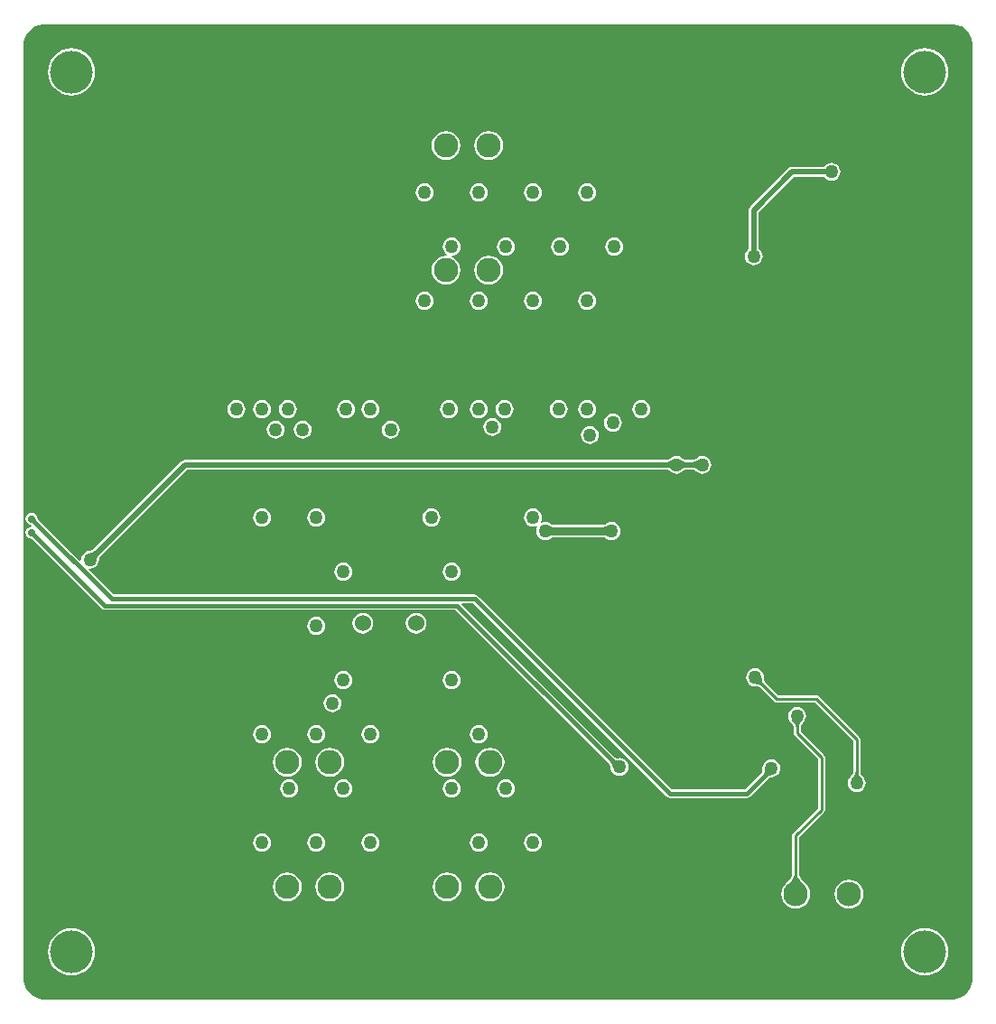
<source format=gbl>
G04*
G04 #@! TF.GenerationSoftware,Altium Limited,Altium Designer,20.1.11 (218)*
G04*
G04 Layer_Physical_Order=4*
G04 Layer_Color=16711680*
%FSAX25Y25*%
%MOIN*%
G70*
G04*
G04 #@! TF.SameCoordinates,831A3C98-130E-4F96-B11D-56A826E748C0*
G04*
G04*
G04 #@! TF.FilePolarity,Positive*
G04*
G01*
G75*
%ADD12C,0.01000*%
%ADD72C,0.02000*%
%ADD73C,0.01500*%
%ADD74C,0.03000*%
%ADD77C,0.15748*%
%ADD78C,0.09000*%
%ADD79C,0.09055*%
%ADD80C,0.06000*%
%ADD81C,0.05000*%
%ADD82C,0.02800*%
G36*
X0346764Y0361834D02*
X0348184Y0361246D01*
X0349463Y0360392D01*
X0350550Y0359305D01*
X0351403Y0358027D01*
X0351992Y0356607D01*
X0352292Y0355099D01*
Y0354331D01*
Y0009843D01*
Y0009074D01*
X0351992Y0007566D01*
X0351403Y0006146D01*
X0350550Y0004868D01*
X0349463Y0003781D01*
X0348184Y0002927D01*
X0346764Y0002339D01*
X0345257Y0002039D01*
X0009074D01*
X0007566Y0002339D01*
X0006146Y0002927D01*
X0004868Y0003781D01*
X0003781Y0004868D01*
X0002927Y0006146D01*
X0002339Y0007566D01*
X0002039Y0009074D01*
Y0009843D01*
Y0354331D01*
Y0355099D01*
X0002339Y0356607D01*
X0002927Y0358027D01*
X0003781Y0359305D01*
X0004868Y0360392D01*
X0006146Y0361246D01*
X0007566Y0361834D01*
X0009074Y0362134D01*
X0345257D01*
X0346764Y0361834D01*
D02*
G37*
%LPC*%
G36*
X0334646Y0353204D02*
X0332945Y0353037D01*
X0331310Y0352541D01*
X0329803Y0351735D01*
X0328483Y0350651D01*
X0327399Y0349330D01*
X0326593Y0347824D01*
X0326097Y0346189D01*
X0325930Y0344488D01*
X0326097Y0342788D01*
X0326593Y0341153D01*
X0327399Y0339646D01*
X0328483Y0338325D01*
X0329803Y0337241D01*
X0331310Y0336436D01*
X0332945Y0335940D01*
X0334646Y0335772D01*
X0336346Y0335940D01*
X0337981Y0336436D01*
X0339488Y0337241D01*
X0340809Y0338325D01*
X0341893Y0339646D01*
X0342698Y0341153D01*
X0343194Y0342788D01*
X0343362Y0344488D01*
X0343194Y0346189D01*
X0342698Y0347824D01*
X0341893Y0349330D01*
X0340809Y0350651D01*
X0339488Y0351735D01*
X0337981Y0352541D01*
X0336346Y0353037D01*
X0334646Y0353204D01*
D02*
G37*
G36*
X0019685D02*
X0017985Y0353037D01*
X0016350Y0352541D01*
X0014843Y0351735D01*
X0013522Y0350651D01*
X0012438Y0349330D01*
X0011632Y0347824D01*
X0011136Y0346189D01*
X0010969Y0344488D01*
X0011136Y0342788D01*
X0011632Y0341153D01*
X0012438Y0339646D01*
X0013522Y0338325D01*
X0014843Y0337241D01*
X0016350Y0336436D01*
X0017985Y0335940D01*
X0019685Y0335772D01*
X0021385Y0335940D01*
X0023020Y0336436D01*
X0024527Y0337241D01*
X0025848Y0338325D01*
X0026932Y0339646D01*
X0027738Y0341153D01*
X0028234Y0342788D01*
X0028401Y0344488D01*
X0028234Y0346189D01*
X0027738Y0347824D01*
X0026932Y0349330D01*
X0025848Y0350651D01*
X0024527Y0351735D01*
X0023020Y0352541D01*
X0021385Y0353037D01*
X0019685Y0353204D01*
D02*
G37*
G36*
X0173685Y0322661D02*
X0172301Y0322479D01*
X0171012Y0321944D01*
X0169905Y0321095D01*
X0169055Y0319988D01*
X0168521Y0318699D01*
X0168339Y0317315D01*
X0168521Y0315931D01*
X0169055Y0314642D01*
X0169905Y0313535D01*
X0171012Y0312685D01*
X0172301Y0312151D01*
X0173685Y0311969D01*
X0175069Y0312151D01*
X0176358Y0312685D01*
X0177465Y0313535D01*
X0178315Y0314642D01*
X0178849Y0315931D01*
X0179031Y0317315D01*
X0178849Y0318699D01*
X0178315Y0319988D01*
X0177465Y0321095D01*
X0176358Y0321944D01*
X0175069Y0322479D01*
X0173685Y0322661D01*
D02*
G37*
G36*
X0157937D02*
X0156553Y0322479D01*
X0155264Y0321944D01*
X0154157Y0321095D01*
X0153307Y0319988D01*
X0152773Y0318699D01*
X0152591Y0317315D01*
X0152773Y0315931D01*
X0153307Y0314642D01*
X0154157Y0313535D01*
X0155264Y0312685D01*
X0156553Y0312151D01*
X0157937Y0311969D01*
X0159321Y0312151D01*
X0160610Y0312685D01*
X0161717Y0313535D01*
X0162567Y0314642D01*
X0163101Y0315931D01*
X0163283Y0317315D01*
X0163101Y0318699D01*
X0162567Y0319988D01*
X0161717Y0321095D01*
X0160610Y0321944D01*
X0159321Y0322479D01*
X0157937Y0322661D01*
D02*
G37*
G36*
X0300171Y0310905D02*
X0299309Y0310792D01*
X0298507Y0310459D01*
X0297817Y0309930D01*
X0297420Y0309412D01*
X0285577D01*
X0284874Y0309272D01*
X0284279Y0308875D01*
X0270202Y0294798D01*
X0269804Y0294202D01*
X0269665Y0293500D01*
Y0279251D01*
X0269146Y0278854D01*
X0268618Y0278164D01*
X0268285Y0277361D01*
X0268172Y0276500D01*
X0268285Y0275639D01*
X0268618Y0274836D01*
X0269146Y0274146D01*
X0269836Y0273618D01*
X0270638Y0273285D01*
X0271500Y0273171D01*
X0272361Y0273285D01*
X0273164Y0273618D01*
X0273854Y0274146D01*
X0274382Y0274836D01*
X0274715Y0275639D01*
X0274829Y0276500D01*
X0274715Y0277361D01*
X0274382Y0278164D01*
X0273854Y0278854D01*
X0273335Y0279251D01*
Y0292740D01*
X0286337Y0305742D01*
X0297420D01*
X0297817Y0305223D01*
X0298507Y0304694D01*
X0299309Y0304362D01*
X0300171Y0304248D01*
X0301032Y0304362D01*
X0301835Y0304694D01*
X0302524Y0305223D01*
X0303053Y0305912D01*
X0303386Y0306715D01*
X0303499Y0307577D01*
X0303386Y0308438D01*
X0303053Y0309241D01*
X0302524Y0309930D01*
X0301835Y0310459D01*
X0301032Y0310792D01*
X0300171Y0310905D01*
D02*
G37*
G36*
X0210000Y0303328D02*
X0209138Y0303215D01*
X0208336Y0302883D01*
X0207646Y0302354D01*
X0207118Y0301664D01*
X0206785Y0300862D01*
X0206672Y0300000D01*
X0206785Y0299138D01*
X0207118Y0298336D01*
X0207646Y0297646D01*
X0208336Y0297117D01*
X0209138Y0296785D01*
X0210000Y0296672D01*
X0210861Y0296785D01*
X0211664Y0297117D01*
X0212354Y0297646D01*
X0212882Y0298336D01*
X0213215Y0299138D01*
X0213329Y0300000D01*
X0213215Y0300862D01*
X0212882Y0301664D01*
X0212354Y0302354D01*
X0211664Y0302883D01*
X0210861Y0303215D01*
X0210000Y0303328D01*
D02*
G37*
G36*
X0190000D02*
X0189138Y0303215D01*
X0188336Y0302883D01*
X0187646Y0302354D01*
X0187118Y0301664D01*
X0186785Y0300862D01*
X0186671Y0300000D01*
X0186785Y0299138D01*
X0187118Y0298336D01*
X0187646Y0297646D01*
X0188336Y0297117D01*
X0189138Y0296785D01*
X0190000Y0296672D01*
X0190861Y0296785D01*
X0191664Y0297117D01*
X0192354Y0297646D01*
X0192883Y0298336D01*
X0193215Y0299138D01*
X0193328Y0300000D01*
X0193215Y0300862D01*
X0192883Y0301664D01*
X0192354Y0302354D01*
X0191664Y0302883D01*
X0190861Y0303215D01*
X0190000Y0303328D01*
D02*
G37*
G36*
X0170000D02*
X0169139Y0303215D01*
X0168336Y0302883D01*
X0167646Y0302354D01*
X0167118Y0301664D01*
X0166785Y0300862D01*
X0166672Y0300000D01*
X0166785Y0299138D01*
X0167118Y0298336D01*
X0167646Y0297646D01*
X0168336Y0297117D01*
X0169139Y0296785D01*
X0170000Y0296672D01*
X0170861Y0296785D01*
X0171664Y0297117D01*
X0172354Y0297646D01*
X0172882Y0298336D01*
X0173215Y0299138D01*
X0173328Y0300000D01*
X0173215Y0300862D01*
X0172882Y0301664D01*
X0172354Y0302354D01*
X0171664Y0302883D01*
X0170861Y0303215D01*
X0170000Y0303328D01*
D02*
G37*
G36*
X0150000D02*
X0149138Y0303215D01*
X0148336Y0302883D01*
X0147646Y0302354D01*
X0147117Y0301664D01*
X0146785Y0300862D01*
X0146671Y0300000D01*
X0146785Y0299138D01*
X0147117Y0298336D01*
X0147646Y0297646D01*
X0148336Y0297117D01*
X0149138Y0296785D01*
X0150000Y0296672D01*
X0150862Y0296785D01*
X0151664Y0297117D01*
X0152354Y0297646D01*
X0152883Y0298336D01*
X0153215Y0299138D01*
X0153329Y0300000D01*
X0153215Y0300862D01*
X0152883Y0301664D01*
X0152354Y0302354D01*
X0151664Y0302883D01*
X0150862Y0303215D01*
X0150000Y0303328D01*
D02*
G37*
G36*
X0220000Y0283329D02*
X0219139Y0283215D01*
X0218336Y0282882D01*
X0217646Y0282354D01*
X0217118Y0281664D01*
X0216785Y0280861D01*
X0216671Y0280000D01*
X0216785Y0279138D01*
X0217118Y0278336D01*
X0217646Y0277646D01*
X0218336Y0277117D01*
X0219139Y0276785D01*
X0220000Y0276672D01*
X0220862Y0276785D01*
X0221664Y0277117D01*
X0222354Y0277646D01*
X0222883Y0278336D01*
X0223215Y0279138D01*
X0223328Y0280000D01*
X0223215Y0280861D01*
X0222883Y0281664D01*
X0222354Y0282354D01*
X0221664Y0282882D01*
X0220862Y0283215D01*
X0220000Y0283329D01*
D02*
G37*
G36*
X0200000D02*
X0199138Y0283215D01*
X0198336Y0282882D01*
X0197646Y0282354D01*
X0197117Y0281664D01*
X0196785Y0280861D01*
X0196671Y0280000D01*
X0196785Y0279138D01*
X0197117Y0278336D01*
X0197646Y0277646D01*
X0198336Y0277117D01*
X0199138Y0276785D01*
X0200000Y0276672D01*
X0200862Y0276785D01*
X0201664Y0277117D01*
X0202354Y0277646D01*
X0202883Y0278336D01*
X0203215Y0279138D01*
X0203328Y0280000D01*
X0203215Y0280861D01*
X0202883Y0281664D01*
X0202354Y0282354D01*
X0201664Y0282882D01*
X0200862Y0283215D01*
X0200000Y0283329D01*
D02*
G37*
G36*
X0180000D02*
X0179139Y0283215D01*
X0178336Y0282882D01*
X0177646Y0282354D01*
X0177118Y0281664D01*
X0176785Y0280861D01*
X0176672Y0280000D01*
X0176785Y0279138D01*
X0177118Y0278336D01*
X0177646Y0277646D01*
X0178336Y0277117D01*
X0179139Y0276785D01*
X0180000Y0276672D01*
X0180861Y0276785D01*
X0181664Y0277117D01*
X0182354Y0277646D01*
X0182882Y0278336D01*
X0183215Y0279138D01*
X0183328Y0280000D01*
X0183215Y0280861D01*
X0182882Y0281664D01*
X0182354Y0282354D01*
X0181664Y0282882D01*
X0180861Y0283215D01*
X0180000Y0283329D01*
D02*
G37*
G36*
X0160000D02*
X0159139Y0283215D01*
X0158336Y0282882D01*
X0157646Y0282354D01*
X0157117Y0281664D01*
X0156785Y0280861D01*
X0156672Y0280000D01*
X0156785Y0279138D01*
X0157117Y0278336D01*
X0157646Y0277646D01*
X0158336Y0277117D01*
X0158353Y0277110D01*
X0158223Y0276623D01*
X0157937Y0276661D01*
X0156553Y0276479D01*
X0155264Y0275944D01*
X0154157Y0275095D01*
X0153307Y0273988D01*
X0152773Y0272698D01*
X0152591Y0271315D01*
X0152773Y0269931D01*
X0153307Y0268642D01*
X0154157Y0267535D01*
X0155264Y0266685D01*
X0156553Y0266151D01*
X0157937Y0265969D01*
X0159321Y0266151D01*
X0160610Y0266685D01*
X0161717Y0267535D01*
X0162567Y0268642D01*
X0163101Y0269931D01*
X0163283Y0271315D01*
X0163101Y0272698D01*
X0162567Y0273988D01*
X0161717Y0275095D01*
X0160610Y0275944D01*
X0160026Y0276186D01*
X0160122Y0276688D01*
X0160862Y0276785D01*
X0161664Y0277117D01*
X0162354Y0277646D01*
X0162882Y0278336D01*
X0163215Y0279138D01*
X0163329Y0280000D01*
X0163215Y0280861D01*
X0162882Y0281664D01*
X0162354Y0282354D01*
X0161664Y0282882D01*
X0160862Y0283215D01*
X0160000Y0283329D01*
D02*
G37*
G36*
X0173685Y0276661D02*
X0172301Y0276479D01*
X0171012Y0275944D01*
X0169905Y0275095D01*
X0169055Y0273988D01*
X0168521Y0272698D01*
X0168339Y0271315D01*
X0168521Y0269931D01*
X0169055Y0268642D01*
X0169905Y0267535D01*
X0171012Y0266685D01*
X0172301Y0266151D01*
X0173685Y0265969D01*
X0175069Y0266151D01*
X0176358Y0266685D01*
X0177465Y0267535D01*
X0178315Y0268642D01*
X0178849Y0269931D01*
X0179031Y0271315D01*
X0178849Y0272698D01*
X0178315Y0273988D01*
X0177465Y0275095D01*
X0176358Y0275944D01*
X0175069Y0276479D01*
X0173685Y0276661D01*
D02*
G37*
G36*
X0210000Y0263329D02*
X0209138Y0263215D01*
X0208336Y0262882D01*
X0207646Y0262354D01*
X0207118Y0261664D01*
X0206785Y0260861D01*
X0206672Y0260000D01*
X0206785Y0259138D01*
X0207118Y0258336D01*
X0207646Y0257646D01*
X0208336Y0257118D01*
X0209138Y0256785D01*
X0210000Y0256672D01*
X0210861Y0256785D01*
X0211664Y0257118D01*
X0212354Y0257646D01*
X0212882Y0258336D01*
X0213215Y0259138D01*
X0213329Y0260000D01*
X0213215Y0260861D01*
X0212882Y0261664D01*
X0212354Y0262354D01*
X0211664Y0262882D01*
X0210861Y0263215D01*
X0210000Y0263329D01*
D02*
G37*
G36*
X0190000D02*
X0189138Y0263215D01*
X0188336Y0262882D01*
X0187646Y0262354D01*
X0187118Y0261664D01*
X0186785Y0260861D01*
X0186671Y0260000D01*
X0186785Y0259138D01*
X0187118Y0258336D01*
X0187646Y0257646D01*
X0188336Y0257118D01*
X0189138Y0256785D01*
X0190000Y0256672D01*
X0190861Y0256785D01*
X0191664Y0257118D01*
X0192354Y0257646D01*
X0192883Y0258336D01*
X0193215Y0259138D01*
X0193328Y0260000D01*
X0193215Y0260861D01*
X0192883Y0261664D01*
X0192354Y0262354D01*
X0191664Y0262882D01*
X0190861Y0263215D01*
X0190000Y0263329D01*
D02*
G37*
G36*
X0170000D02*
X0169139Y0263215D01*
X0168336Y0262882D01*
X0167646Y0262354D01*
X0167118Y0261664D01*
X0166785Y0260861D01*
X0166672Y0260000D01*
X0166785Y0259138D01*
X0167118Y0258336D01*
X0167646Y0257646D01*
X0168336Y0257118D01*
X0169139Y0256785D01*
X0170000Y0256672D01*
X0170861Y0256785D01*
X0171664Y0257118D01*
X0172354Y0257646D01*
X0172882Y0258336D01*
X0173215Y0259138D01*
X0173328Y0260000D01*
X0173215Y0260861D01*
X0172882Y0261664D01*
X0172354Y0262354D01*
X0171664Y0262882D01*
X0170861Y0263215D01*
X0170000Y0263329D01*
D02*
G37*
G36*
X0150000D02*
X0149138Y0263215D01*
X0148336Y0262882D01*
X0147646Y0262354D01*
X0147117Y0261664D01*
X0146785Y0260861D01*
X0146671Y0260000D01*
X0146785Y0259138D01*
X0147117Y0258336D01*
X0147646Y0257646D01*
X0148336Y0257118D01*
X0149138Y0256785D01*
X0150000Y0256672D01*
X0150862Y0256785D01*
X0151664Y0257118D01*
X0152354Y0257646D01*
X0152883Y0258336D01*
X0153215Y0259138D01*
X0153329Y0260000D01*
X0153215Y0260861D01*
X0152883Y0261664D01*
X0152354Y0262354D01*
X0151664Y0262882D01*
X0150862Y0263215D01*
X0150000Y0263329D01*
D02*
G37*
G36*
X0230000Y0223328D02*
X0229138Y0223215D01*
X0228336Y0222883D01*
X0227646Y0222354D01*
X0227117Y0221664D01*
X0226785Y0220862D01*
X0226672Y0220000D01*
X0226785Y0219139D01*
X0227117Y0218336D01*
X0227646Y0217646D01*
X0228336Y0217118D01*
X0229138Y0216785D01*
X0230000Y0216671D01*
X0230861Y0216785D01*
X0231664Y0217118D01*
X0232354Y0217646D01*
X0232882Y0218336D01*
X0233215Y0219139D01*
X0233329Y0220000D01*
X0233215Y0220862D01*
X0232882Y0221664D01*
X0232354Y0222354D01*
X0231664Y0222883D01*
X0230861Y0223215D01*
X0230000Y0223328D01*
D02*
G37*
G36*
X0210000D02*
X0209138Y0223215D01*
X0208336Y0222883D01*
X0207646Y0222354D01*
X0207118Y0221664D01*
X0206785Y0220862D01*
X0206672Y0220000D01*
X0206785Y0219139D01*
X0207118Y0218336D01*
X0207646Y0217646D01*
X0208336Y0217118D01*
X0209138Y0216785D01*
X0210000Y0216671D01*
X0210861Y0216785D01*
X0211664Y0217118D01*
X0212354Y0217646D01*
X0212882Y0218336D01*
X0213215Y0219139D01*
X0213329Y0220000D01*
X0213215Y0220862D01*
X0212882Y0221664D01*
X0212354Y0222354D01*
X0211664Y0222883D01*
X0210861Y0223215D01*
X0210000Y0223328D01*
D02*
G37*
G36*
X0199500D02*
X0198638Y0223215D01*
X0197836Y0222883D01*
X0197146Y0222354D01*
X0196617Y0221664D01*
X0196285Y0220862D01*
X0196171Y0220000D01*
X0196285Y0219139D01*
X0196617Y0218336D01*
X0197146Y0217646D01*
X0197836Y0217118D01*
X0198638Y0216785D01*
X0199500Y0216671D01*
X0200361Y0216785D01*
X0201164Y0217118D01*
X0201854Y0217646D01*
X0202382Y0218336D01*
X0202715Y0219139D01*
X0202829Y0220000D01*
X0202715Y0220862D01*
X0202382Y0221664D01*
X0201854Y0222354D01*
X0201164Y0222883D01*
X0200361Y0223215D01*
X0199500Y0223328D01*
D02*
G37*
G36*
X0179500D02*
X0178639Y0223215D01*
X0177836Y0222883D01*
X0177146Y0222354D01*
X0176618Y0221664D01*
X0176285Y0220862D01*
X0176172Y0220000D01*
X0176285Y0219139D01*
X0176618Y0218336D01*
X0177146Y0217646D01*
X0177836Y0217118D01*
X0178639Y0216785D01*
X0179500Y0216671D01*
X0180361Y0216785D01*
X0181164Y0217118D01*
X0181854Y0217646D01*
X0182383Y0218336D01*
X0182715Y0219139D01*
X0182828Y0220000D01*
X0182715Y0220862D01*
X0182383Y0221664D01*
X0181854Y0222354D01*
X0181164Y0222883D01*
X0180361Y0223215D01*
X0179500Y0223328D01*
D02*
G37*
G36*
X0170000D02*
X0169139Y0223215D01*
X0168336Y0222883D01*
X0167646Y0222354D01*
X0167118Y0221664D01*
X0166785Y0220862D01*
X0166672Y0220000D01*
X0166785Y0219139D01*
X0167118Y0218336D01*
X0167646Y0217646D01*
X0168336Y0217118D01*
X0169139Y0216785D01*
X0170000Y0216671D01*
X0170861Y0216785D01*
X0171664Y0217118D01*
X0172354Y0217646D01*
X0172882Y0218336D01*
X0173215Y0219139D01*
X0173328Y0220000D01*
X0173215Y0220862D01*
X0172882Y0221664D01*
X0172354Y0222354D01*
X0171664Y0222883D01*
X0170861Y0223215D01*
X0170000Y0223328D01*
D02*
G37*
G36*
X0159000D02*
X0158139Y0223215D01*
X0157336Y0222883D01*
X0156646Y0222354D01*
X0156117Y0221664D01*
X0155785Y0220862D01*
X0155672Y0220000D01*
X0155785Y0219139D01*
X0156117Y0218336D01*
X0156646Y0217646D01*
X0157336Y0217118D01*
X0158139Y0216785D01*
X0159000Y0216671D01*
X0159862Y0216785D01*
X0160664Y0217118D01*
X0161354Y0217646D01*
X0161882Y0218336D01*
X0162215Y0219139D01*
X0162329Y0220000D01*
X0162215Y0220862D01*
X0161882Y0221664D01*
X0161354Y0222354D01*
X0160664Y0222883D01*
X0159862Y0223215D01*
X0159000Y0223328D01*
D02*
G37*
G36*
X0130000D02*
X0129139Y0223215D01*
X0128336Y0222883D01*
X0127646Y0222354D01*
X0127118Y0221664D01*
X0126785Y0220862D01*
X0126672Y0220000D01*
X0126785Y0219139D01*
X0127118Y0218336D01*
X0127646Y0217646D01*
X0128336Y0217118D01*
X0129139Y0216785D01*
X0130000Y0216671D01*
X0130861Y0216785D01*
X0131664Y0217118D01*
X0132354Y0217646D01*
X0132882Y0218336D01*
X0133215Y0219139D01*
X0133328Y0220000D01*
X0133215Y0220862D01*
X0132882Y0221664D01*
X0132354Y0222354D01*
X0131664Y0222883D01*
X0130861Y0223215D01*
X0130000Y0223328D01*
D02*
G37*
G36*
X0121000D02*
X0120139Y0223215D01*
X0119336Y0222883D01*
X0118646Y0222354D01*
X0118117Y0221664D01*
X0117785Y0220862D01*
X0117672Y0220000D01*
X0117785Y0219139D01*
X0118117Y0218336D01*
X0118646Y0217646D01*
X0119336Y0217118D01*
X0120139Y0216785D01*
X0121000Y0216671D01*
X0121862Y0216785D01*
X0122664Y0217118D01*
X0123354Y0217646D01*
X0123882Y0218336D01*
X0124215Y0219139D01*
X0124328Y0220000D01*
X0124215Y0220862D01*
X0123882Y0221664D01*
X0123354Y0222354D01*
X0122664Y0222883D01*
X0121862Y0223215D01*
X0121000Y0223328D01*
D02*
G37*
G36*
X0099500D02*
X0098638Y0223215D01*
X0097836Y0222883D01*
X0097146Y0222354D01*
X0096617Y0221664D01*
X0096285Y0220862D01*
X0096171Y0220000D01*
X0096285Y0219139D01*
X0096617Y0218336D01*
X0097146Y0217646D01*
X0097836Y0217118D01*
X0098638Y0216785D01*
X0099500Y0216671D01*
X0100362Y0216785D01*
X0101164Y0217118D01*
X0101854Y0217646D01*
X0102383Y0218336D01*
X0102715Y0219139D01*
X0102829Y0220000D01*
X0102715Y0220862D01*
X0102383Y0221664D01*
X0101854Y0222354D01*
X0101164Y0222883D01*
X0100362Y0223215D01*
X0099500Y0223328D01*
D02*
G37*
G36*
X0090000D02*
X0089139Y0223215D01*
X0088336Y0222883D01*
X0087646Y0222354D01*
X0087117Y0221664D01*
X0086785Y0220862D01*
X0086672Y0220000D01*
X0086785Y0219139D01*
X0087117Y0218336D01*
X0087646Y0217646D01*
X0088336Y0217118D01*
X0089139Y0216785D01*
X0090000Y0216671D01*
X0090861Y0216785D01*
X0091664Y0217118D01*
X0092354Y0217646D01*
X0092883Y0218336D01*
X0093215Y0219139D01*
X0093328Y0220000D01*
X0093215Y0220862D01*
X0092883Y0221664D01*
X0092354Y0222354D01*
X0091664Y0222883D01*
X0090861Y0223215D01*
X0090000Y0223328D01*
D02*
G37*
G36*
X0080500D02*
X0079638Y0223215D01*
X0078836Y0222883D01*
X0078146Y0222354D01*
X0077617Y0221664D01*
X0077285Y0220862D01*
X0077171Y0220000D01*
X0077285Y0219139D01*
X0077617Y0218336D01*
X0078146Y0217646D01*
X0078836Y0217118D01*
X0079638Y0216785D01*
X0080500Y0216671D01*
X0081362Y0216785D01*
X0082164Y0217118D01*
X0082854Y0217646D01*
X0083383Y0218336D01*
X0083715Y0219139D01*
X0083829Y0220000D01*
X0083715Y0220862D01*
X0083383Y0221664D01*
X0082854Y0222354D01*
X0082164Y0222883D01*
X0081362Y0223215D01*
X0080500Y0223328D01*
D02*
G37*
G36*
X0219500Y0218328D02*
X0218638Y0218215D01*
X0217836Y0217882D01*
X0217146Y0217354D01*
X0216617Y0216664D01*
X0216285Y0215862D01*
X0216172Y0215000D01*
X0216285Y0214139D01*
X0216617Y0213336D01*
X0217146Y0212646D01*
X0217836Y0212118D01*
X0218638Y0211785D01*
X0219500Y0211671D01*
X0220361Y0211785D01*
X0221164Y0212118D01*
X0221854Y0212646D01*
X0222382Y0213336D01*
X0222715Y0214139D01*
X0222829Y0215000D01*
X0222715Y0215862D01*
X0222382Y0216664D01*
X0221854Y0217354D01*
X0221164Y0217882D01*
X0220361Y0218215D01*
X0219500Y0218328D01*
D02*
G37*
G36*
X0175000Y0216828D02*
X0174138Y0216715D01*
X0173336Y0216383D01*
X0172646Y0215854D01*
X0172117Y0215164D01*
X0171785Y0214362D01*
X0171671Y0213500D01*
X0171785Y0212638D01*
X0172117Y0211836D01*
X0172646Y0211146D01*
X0173336Y0210617D01*
X0174138Y0210285D01*
X0175000Y0210172D01*
X0175862Y0210285D01*
X0176664Y0210617D01*
X0177354Y0211146D01*
X0177883Y0211836D01*
X0178215Y0212638D01*
X0178329Y0213500D01*
X0178215Y0214362D01*
X0177883Y0215164D01*
X0177354Y0215854D01*
X0176664Y0216383D01*
X0175862Y0216715D01*
X0175000Y0216828D01*
D02*
G37*
G36*
X0137500Y0215828D02*
X0136638Y0215715D01*
X0135836Y0215383D01*
X0135146Y0214854D01*
X0134617Y0214164D01*
X0134285Y0213362D01*
X0134171Y0212500D01*
X0134285Y0211638D01*
X0134617Y0210836D01*
X0135146Y0210146D01*
X0135836Y0209617D01*
X0136638Y0209285D01*
X0137500Y0209172D01*
X0138362Y0209285D01*
X0139164Y0209617D01*
X0139854Y0210146D01*
X0140383Y0210836D01*
X0140715Y0211638D01*
X0140829Y0212500D01*
X0140715Y0213362D01*
X0140383Y0214164D01*
X0139854Y0214854D01*
X0139164Y0215383D01*
X0138362Y0215715D01*
X0137500Y0215828D01*
D02*
G37*
G36*
X0105000D02*
X0104139Y0215715D01*
X0103336Y0215383D01*
X0102646Y0214854D01*
X0102117Y0214164D01*
X0101785Y0213362D01*
X0101672Y0212500D01*
X0101785Y0211638D01*
X0102117Y0210836D01*
X0102646Y0210146D01*
X0103336Y0209617D01*
X0104139Y0209285D01*
X0105000Y0209172D01*
X0105861Y0209285D01*
X0106664Y0209617D01*
X0107354Y0210146D01*
X0107882Y0210836D01*
X0108215Y0211638D01*
X0108328Y0212500D01*
X0108215Y0213362D01*
X0107882Y0214164D01*
X0107354Y0214854D01*
X0106664Y0215383D01*
X0105861Y0215715D01*
X0105000Y0215828D01*
D02*
G37*
G36*
X0095000D02*
X0094138Y0215715D01*
X0093336Y0215383D01*
X0092646Y0214854D01*
X0092117Y0214164D01*
X0091785Y0213362D01*
X0091672Y0212500D01*
X0091785Y0211638D01*
X0092117Y0210836D01*
X0092646Y0210146D01*
X0093336Y0209617D01*
X0094138Y0209285D01*
X0095000Y0209172D01*
X0095862Y0209285D01*
X0096664Y0209617D01*
X0097354Y0210146D01*
X0097883Y0210836D01*
X0098215Y0211638D01*
X0098329Y0212500D01*
X0098215Y0213362D01*
X0097883Y0214164D01*
X0097354Y0214854D01*
X0096664Y0215383D01*
X0095862Y0215715D01*
X0095000Y0215828D01*
D02*
G37*
G36*
X0211000Y0213828D02*
X0210139Y0213715D01*
X0209336Y0213383D01*
X0208646Y0212854D01*
X0208118Y0212164D01*
X0207785Y0211362D01*
X0207671Y0210500D01*
X0207785Y0209639D01*
X0208118Y0208836D01*
X0208646Y0208146D01*
X0209336Y0207617D01*
X0210139Y0207285D01*
X0211000Y0207172D01*
X0211861Y0207285D01*
X0212664Y0207617D01*
X0213354Y0208146D01*
X0213882Y0208836D01*
X0214215Y0209639D01*
X0214329Y0210500D01*
X0214215Y0211362D01*
X0213882Y0212164D01*
X0213354Y0212854D01*
X0212664Y0213383D01*
X0211861Y0213715D01*
X0211000Y0213828D01*
D02*
G37*
G36*
X0252500Y0202829D02*
X0251639Y0202715D01*
X0250836Y0202382D01*
X0250146Y0201854D01*
X0250097Y0201789D01*
X0250031Y0201728D01*
X0249925Y0201645D01*
X0249812Y0201572D01*
X0249691Y0201508D01*
X0249559Y0201452D01*
X0249416Y0201405D01*
X0249260Y0201367D01*
X0249091Y0201339D01*
X0249047Y0201335D01*
X0246453D01*
X0246409Y0201339D01*
X0246240Y0201367D01*
X0246084Y0201405D01*
X0245941Y0201452D01*
X0245809Y0201508D01*
X0245688Y0201572D01*
X0245574Y0201645D01*
X0245469Y0201728D01*
X0245403Y0201789D01*
X0245354Y0201854D01*
X0244664Y0202382D01*
X0243862Y0202715D01*
X0243000Y0202829D01*
X0242139Y0202715D01*
X0241336Y0202382D01*
X0240646Y0201854D01*
X0240597Y0201789D01*
X0240531Y0201728D01*
X0240425Y0201645D01*
X0240312Y0201572D01*
X0240191Y0201508D01*
X0240059Y0201452D01*
X0239916Y0201405D01*
X0239760Y0201367D01*
X0239591Y0201339D01*
X0239547Y0201335D01*
X0061500D01*
X0060798Y0201196D01*
X0060202Y0200798D01*
X0027644Y0168239D01*
X0027610Y0168211D01*
X0027470Y0168111D01*
X0027333Y0168028D01*
X0027199Y0167960D01*
X0027067Y0167906D01*
X0026935Y0167865D01*
X0026804Y0167837D01*
X0026670Y0167821D01*
X0026581Y0167818D01*
X0026500Y0167829D01*
X0025638Y0167715D01*
X0024836Y0167383D01*
X0024146Y0166854D01*
X0023617Y0166164D01*
X0023285Y0165361D01*
X0023171Y0164500D01*
X0023206Y0164236D01*
X0022733Y0164002D01*
X0007328Y0179407D01*
X0007305Y0179433D01*
X0007262Y0179489D01*
X0007238Y0179525D01*
X0007072Y0180358D01*
X0006586Y0181086D01*
X0005858Y0181572D01*
X0005000Y0181743D01*
X0004142Y0181572D01*
X0003414Y0181086D01*
X0002928Y0180358D01*
X0002757Y0179500D01*
X0002928Y0178642D01*
X0003414Y0177914D01*
X0004142Y0177428D01*
X0004744Y0177308D01*
X0004853Y0177115D01*
X0004590Y0176562D01*
X0004142Y0176472D01*
X0003414Y0175986D01*
X0002928Y0175258D01*
X0002757Y0174400D01*
X0002928Y0173542D01*
X0003414Y0172814D01*
X0004142Y0172328D01*
X0004975Y0172162D01*
X0004995Y0172148D01*
X0005129Y0172036D01*
X0030782Y0146382D01*
X0031295Y0146040D01*
X0031900Y0145920D01*
X0161345D01*
X0218149Y0089116D01*
X0218205Y0089044D01*
X0218291Y0088912D01*
X0218370Y0088767D01*
X0218441Y0088608D01*
X0218505Y0088434D01*
X0218561Y0088245D01*
X0218608Y0088039D01*
X0218645Y0087818D01*
X0218674Y0087560D01*
X0218697Y0087488D01*
X0218760Y0087014D01*
X0219092Y0086211D01*
X0219621Y0085521D01*
X0220311Y0084992D01*
X0221113Y0084660D01*
X0221975Y0084547D01*
X0222836Y0084660D01*
X0223639Y0084992D01*
X0224329Y0085521D01*
X0224857Y0086211D01*
X0225190Y0087014D01*
X0225304Y0087875D01*
X0225190Y0088736D01*
X0224857Y0089539D01*
X0224329Y0090229D01*
X0223639Y0090758D01*
X0222836Y0091090D01*
X0221975Y0091203D01*
X0221696Y0091167D01*
X0221641Y0091173D01*
X0221405Y0091156D01*
X0221212Y0091155D01*
X0221035Y0091168D01*
X0220872Y0091194D01*
X0220724Y0091232D01*
X0220587Y0091281D01*
X0220460Y0091342D01*
X0220340Y0091414D01*
X0220264Y0091471D01*
X0163777Y0147958D01*
X0163969Y0148420D01*
X0167845D01*
X0239383Y0076882D01*
X0239895Y0076540D01*
X0240500Y0076420D01*
X0269000D01*
X0269605Y0076540D01*
X0270117Y0076882D01*
X0276872Y0083637D01*
X0276942Y0083692D01*
X0277076Y0083780D01*
X0277223Y0083863D01*
X0277386Y0083940D01*
X0277564Y0084010D01*
X0277747Y0084070D01*
X0278204Y0084177D01*
X0278455Y0084216D01*
X0278521Y0084240D01*
X0278861Y0084285D01*
X0279664Y0084617D01*
X0280354Y0085146D01*
X0280883Y0085836D01*
X0281215Y0086638D01*
X0281329Y0087500D01*
X0281215Y0088362D01*
X0280883Y0089164D01*
X0280354Y0089854D01*
X0279664Y0090383D01*
X0278861Y0090715D01*
X0278000Y0090829D01*
X0277138Y0090715D01*
X0276336Y0090383D01*
X0275646Y0089854D01*
X0275117Y0089164D01*
X0274785Y0088362D01*
X0274672Y0087500D01*
X0274724Y0087099D01*
X0274719Y0087027D01*
X0274745Y0086797D01*
X0274753Y0086612D01*
X0274745Y0086442D01*
X0274725Y0086287D01*
X0274692Y0086146D01*
X0274647Y0086015D01*
X0274590Y0085892D01*
X0274521Y0085775D01*
X0274464Y0085699D01*
X0268345Y0079580D01*
X0241155D01*
X0169617Y0151118D01*
X0169105Y0151460D01*
X0168500Y0151580D01*
X0035155D01*
X0026002Y0160733D01*
X0026236Y0161206D01*
X0026500Y0161171D01*
X0027362Y0161285D01*
X0028164Y0161618D01*
X0028854Y0162146D01*
X0029383Y0162836D01*
X0029715Y0163638D01*
X0029829Y0164500D01*
X0029818Y0164581D01*
X0029821Y0164670D01*
X0029837Y0164804D01*
X0029865Y0164935D01*
X0029906Y0165067D01*
X0029960Y0165199D01*
X0030028Y0165333D01*
X0030111Y0165470D01*
X0030211Y0165610D01*
X0030239Y0165644D01*
X0062260Y0197665D01*
X0239547D01*
X0239591Y0197661D01*
X0239760Y0197633D01*
X0239916Y0197595D01*
X0240059Y0197548D01*
X0240191Y0197492D01*
X0240312Y0197428D01*
X0240425Y0197355D01*
X0240531Y0197272D01*
X0240597Y0197211D01*
X0240646Y0197146D01*
X0241336Y0196617D01*
X0242139Y0196285D01*
X0243000Y0196171D01*
X0243862Y0196285D01*
X0244664Y0196617D01*
X0245354Y0197146D01*
X0245403Y0197211D01*
X0245469Y0197272D01*
X0245574Y0197355D01*
X0245688Y0197428D01*
X0245809Y0197492D01*
X0245941Y0197548D01*
X0246084Y0197595D01*
X0246240Y0197633D01*
X0246409Y0197661D01*
X0246453Y0197665D01*
X0249047D01*
X0249091Y0197661D01*
X0249260Y0197633D01*
X0249416Y0197595D01*
X0249559Y0197548D01*
X0249691Y0197492D01*
X0249812Y0197428D01*
X0249925Y0197355D01*
X0250031Y0197272D01*
X0250097Y0197211D01*
X0250146Y0197146D01*
X0250836Y0196617D01*
X0251639Y0196285D01*
X0252500Y0196171D01*
X0253362Y0196285D01*
X0254164Y0196617D01*
X0254854Y0197146D01*
X0255382Y0197836D01*
X0255715Y0198638D01*
X0255828Y0199500D01*
X0255715Y0200361D01*
X0255382Y0201164D01*
X0254854Y0201854D01*
X0254164Y0202382D01*
X0253362Y0202715D01*
X0252500Y0202829D01*
D02*
G37*
G36*
X0152500Y0183328D02*
X0151638Y0183215D01*
X0150836Y0182882D01*
X0150146Y0182354D01*
X0149618Y0181664D01*
X0149285Y0180861D01*
X0149171Y0180000D01*
X0149285Y0179139D01*
X0149618Y0178336D01*
X0150146Y0177646D01*
X0150836Y0177118D01*
X0151638Y0176785D01*
X0152500Y0176672D01*
X0153361Y0176785D01*
X0154164Y0177118D01*
X0154854Y0177646D01*
X0155383Y0178336D01*
X0155715Y0179139D01*
X0155828Y0180000D01*
X0155715Y0180861D01*
X0155383Y0181664D01*
X0154854Y0182354D01*
X0154164Y0182882D01*
X0153361Y0183215D01*
X0152500Y0183328D01*
D02*
G37*
G36*
X0110000D02*
X0109139Y0183215D01*
X0108336Y0182882D01*
X0107646Y0182354D01*
X0107117Y0181664D01*
X0106785Y0180861D01*
X0106672Y0180000D01*
X0106785Y0179139D01*
X0107117Y0178336D01*
X0107646Y0177646D01*
X0108336Y0177118D01*
X0109139Y0176785D01*
X0110000Y0176672D01*
X0110862Y0176785D01*
X0111664Y0177118D01*
X0112354Y0177646D01*
X0112882Y0178336D01*
X0113215Y0179139D01*
X0113329Y0180000D01*
X0113215Y0180861D01*
X0112882Y0181664D01*
X0112354Y0182354D01*
X0111664Y0182882D01*
X0110862Y0183215D01*
X0110000Y0183328D01*
D02*
G37*
G36*
X0090000D02*
X0089139Y0183215D01*
X0088336Y0182882D01*
X0087646Y0182354D01*
X0087117Y0181664D01*
X0086785Y0180861D01*
X0086672Y0180000D01*
X0086785Y0179139D01*
X0087117Y0178336D01*
X0087646Y0177646D01*
X0088336Y0177118D01*
X0089139Y0176785D01*
X0090000Y0176672D01*
X0090861Y0176785D01*
X0091664Y0177118D01*
X0092354Y0177646D01*
X0092883Y0178336D01*
X0093215Y0179139D01*
X0093328Y0180000D01*
X0093215Y0180861D01*
X0092883Y0181664D01*
X0092354Y0182354D01*
X0091664Y0182882D01*
X0090861Y0183215D01*
X0090000Y0183328D01*
D02*
G37*
G36*
X0190000D02*
X0189138Y0183215D01*
X0188336Y0182882D01*
X0187646Y0182354D01*
X0187118Y0181664D01*
X0186785Y0180861D01*
X0186671Y0180000D01*
X0186785Y0179139D01*
X0187118Y0178336D01*
X0187646Y0177646D01*
X0188336Y0177118D01*
X0189138Y0176785D01*
X0190000Y0176672D01*
X0190861Y0176785D01*
X0191210Y0176929D01*
X0191299Y0176872D01*
X0191564Y0176535D01*
X0191285Y0175862D01*
X0191172Y0175000D01*
X0191285Y0174138D01*
X0191618Y0173336D01*
X0192146Y0172646D01*
X0192836Y0172117D01*
X0193639Y0171785D01*
X0194500Y0171671D01*
X0195361Y0171785D01*
X0196164Y0172117D01*
X0196791Y0172598D01*
X0196843Y0172611D01*
X0196934Y0172627D01*
X0197351Y0172655D01*
X0216298D01*
X0216552Y0172629D01*
X0216657Y0172611D01*
X0216709Y0172598D01*
X0217336Y0172117D01*
X0218139Y0171785D01*
X0219000Y0171671D01*
X0219862Y0171785D01*
X0220664Y0172117D01*
X0221354Y0172646D01*
X0221883Y0173336D01*
X0222215Y0174138D01*
X0222328Y0175000D01*
X0222215Y0175862D01*
X0221883Y0176664D01*
X0221354Y0177354D01*
X0220664Y0177883D01*
X0219862Y0178215D01*
X0219000Y0178329D01*
X0218139Y0178215D01*
X0217336Y0177883D01*
X0216709Y0177402D01*
X0216657Y0177389D01*
X0216566Y0177373D01*
X0216149Y0177345D01*
X0197202D01*
X0196948Y0177371D01*
X0196843Y0177389D01*
X0196791Y0177402D01*
X0196164Y0177883D01*
X0195361Y0178215D01*
X0194500Y0178329D01*
X0193639Y0178215D01*
X0193290Y0178071D01*
X0193201Y0178128D01*
X0192936Y0178465D01*
X0193215Y0179139D01*
X0193328Y0180000D01*
X0193215Y0180861D01*
X0192883Y0181664D01*
X0192354Y0182354D01*
X0191664Y0182882D01*
X0190861Y0183215D01*
X0190000Y0183328D01*
D02*
G37*
G36*
X0160000Y0163329D02*
X0159139Y0163215D01*
X0158336Y0162882D01*
X0157646Y0162354D01*
X0157117Y0161664D01*
X0156785Y0160862D01*
X0156672Y0160000D01*
X0156785Y0159139D01*
X0157117Y0158336D01*
X0157646Y0157646D01*
X0158336Y0157117D01*
X0159139Y0156785D01*
X0160000Y0156672D01*
X0160862Y0156785D01*
X0161664Y0157117D01*
X0162354Y0157646D01*
X0162882Y0158336D01*
X0163215Y0159139D01*
X0163329Y0160000D01*
X0163215Y0160862D01*
X0162882Y0161664D01*
X0162354Y0162354D01*
X0161664Y0162882D01*
X0160862Y0163215D01*
X0160000Y0163329D01*
D02*
G37*
G36*
X0120000D02*
X0119139Y0163215D01*
X0118336Y0162882D01*
X0117646Y0162354D01*
X0117118Y0161664D01*
X0116785Y0160862D01*
X0116672Y0160000D01*
X0116785Y0159139D01*
X0117118Y0158336D01*
X0117646Y0157646D01*
X0118336Y0157117D01*
X0119139Y0156785D01*
X0120000Y0156672D01*
X0120861Y0156785D01*
X0121664Y0157117D01*
X0122354Y0157646D01*
X0122882Y0158336D01*
X0123215Y0159139D01*
X0123328Y0160000D01*
X0123215Y0160862D01*
X0122882Y0161664D01*
X0122354Y0162354D01*
X0121664Y0162882D01*
X0120861Y0163215D01*
X0120000Y0163329D01*
D02*
G37*
G36*
X0146843Y0144833D02*
X0145851Y0144702D01*
X0144926Y0144319D01*
X0144132Y0143710D01*
X0143523Y0142916D01*
X0143140Y0141992D01*
X0143010Y0141000D01*
X0143140Y0140008D01*
X0143523Y0139084D01*
X0144132Y0138290D01*
X0144926Y0137681D01*
X0145851Y0137298D01*
X0146843Y0137167D01*
X0147835Y0137298D01*
X0148759Y0137681D01*
X0149553Y0138290D01*
X0150162Y0139084D01*
X0150545Y0140008D01*
X0150675Y0141000D01*
X0150545Y0141992D01*
X0150162Y0142916D01*
X0149553Y0143710D01*
X0148759Y0144319D01*
X0147835Y0144702D01*
X0146843Y0144833D01*
D02*
G37*
G36*
X0127157D02*
X0126165Y0144702D01*
X0125241Y0144319D01*
X0124447Y0143710D01*
X0123838Y0142916D01*
X0123455Y0141992D01*
X0123325Y0141000D01*
X0123455Y0140008D01*
X0123838Y0139084D01*
X0124447Y0138290D01*
X0125241Y0137681D01*
X0126165Y0137298D01*
X0127157Y0137167D01*
X0128149Y0137298D01*
X0129074Y0137681D01*
X0129868Y0138290D01*
X0130477Y0139084D01*
X0130860Y0140008D01*
X0130990Y0141000D01*
X0130860Y0141992D01*
X0130477Y0142916D01*
X0129868Y0143710D01*
X0129074Y0144319D01*
X0128149Y0144702D01*
X0127157Y0144833D01*
D02*
G37*
G36*
X0110000Y0143328D02*
X0109139Y0143215D01*
X0108336Y0142883D01*
X0107646Y0142354D01*
X0107117Y0141664D01*
X0106785Y0140861D01*
X0106672Y0140000D01*
X0106785Y0139138D01*
X0107117Y0138336D01*
X0107646Y0137646D01*
X0108336Y0137118D01*
X0109139Y0136785D01*
X0110000Y0136671D01*
X0110862Y0136785D01*
X0111664Y0137118D01*
X0112354Y0137646D01*
X0112882Y0138336D01*
X0113215Y0139138D01*
X0113329Y0140000D01*
X0113215Y0140861D01*
X0112882Y0141664D01*
X0112354Y0142354D01*
X0111664Y0142883D01*
X0110862Y0143215D01*
X0110000Y0143328D01*
D02*
G37*
G36*
X0160000Y0123328D02*
X0159139Y0123215D01*
X0158336Y0122882D01*
X0157646Y0122354D01*
X0157117Y0121664D01*
X0156785Y0120861D01*
X0156672Y0120000D01*
X0156785Y0119139D01*
X0157117Y0118336D01*
X0157646Y0117646D01*
X0158336Y0117118D01*
X0159139Y0116785D01*
X0160000Y0116672D01*
X0160862Y0116785D01*
X0161664Y0117118D01*
X0162354Y0117646D01*
X0162882Y0118336D01*
X0163215Y0119139D01*
X0163329Y0120000D01*
X0163215Y0120861D01*
X0162882Y0121664D01*
X0162354Y0122354D01*
X0161664Y0122882D01*
X0160862Y0123215D01*
X0160000Y0123328D01*
D02*
G37*
G36*
X0120000D02*
X0119139Y0123215D01*
X0118336Y0122882D01*
X0117646Y0122354D01*
X0117118Y0121664D01*
X0116785Y0120861D01*
X0116672Y0120000D01*
X0116785Y0119139D01*
X0117118Y0118336D01*
X0117646Y0117646D01*
X0118336Y0117118D01*
X0119139Y0116785D01*
X0120000Y0116672D01*
X0120861Y0116785D01*
X0121664Y0117118D01*
X0122354Y0117646D01*
X0122882Y0118336D01*
X0123215Y0119139D01*
X0123328Y0120000D01*
X0123215Y0120861D01*
X0122882Y0121664D01*
X0122354Y0122354D01*
X0121664Y0122882D01*
X0120861Y0123215D01*
X0120000Y0123328D01*
D02*
G37*
G36*
X0116000Y0114829D02*
X0115138Y0114715D01*
X0114336Y0114383D01*
X0113646Y0113854D01*
X0113118Y0113164D01*
X0112785Y0112362D01*
X0112671Y0111500D01*
X0112785Y0110638D01*
X0113118Y0109836D01*
X0113646Y0109146D01*
X0114336Y0108617D01*
X0115138Y0108285D01*
X0116000Y0108171D01*
X0116861Y0108285D01*
X0117664Y0108617D01*
X0118354Y0109146D01*
X0118883Y0109836D01*
X0119215Y0110638D01*
X0119328Y0111500D01*
X0119215Y0112362D01*
X0118883Y0113164D01*
X0118354Y0113854D01*
X0117664Y0114383D01*
X0116861Y0114715D01*
X0116000Y0114829D01*
D02*
G37*
G36*
X0170000Y0103329D02*
X0169139Y0103215D01*
X0168336Y0102883D01*
X0167646Y0102354D01*
X0167118Y0101664D01*
X0166785Y0100862D01*
X0166672Y0100000D01*
X0166785Y0099138D01*
X0167118Y0098336D01*
X0167646Y0097646D01*
X0168336Y0097117D01*
X0169139Y0096785D01*
X0170000Y0096671D01*
X0170861Y0096785D01*
X0171664Y0097117D01*
X0172354Y0097646D01*
X0172882Y0098336D01*
X0173215Y0099138D01*
X0173328Y0100000D01*
X0173215Y0100862D01*
X0172882Y0101664D01*
X0172354Y0102354D01*
X0171664Y0102883D01*
X0170861Y0103215D01*
X0170000Y0103329D01*
D02*
G37*
G36*
X0130000D02*
X0129139Y0103215D01*
X0128336Y0102883D01*
X0127646Y0102354D01*
X0127118Y0101664D01*
X0126785Y0100862D01*
X0126672Y0100000D01*
X0126785Y0099138D01*
X0127118Y0098336D01*
X0127646Y0097646D01*
X0128336Y0097117D01*
X0129139Y0096785D01*
X0130000Y0096671D01*
X0130861Y0096785D01*
X0131664Y0097117D01*
X0132354Y0097646D01*
X0132882Y0098336D01*
X0133215Y0099138D01*
X0133328Y0100000D01*
X0133215Y0100862D01*
X0132882Y0101664D01*
X0132354Y0102354D01*
X0131664Y0102883D01*
X0130861Y0103215D01*
X0130000Y0103329D01*
D02*
G37*
G36*
X0110000D02*
X0109139Y0103215D01*
X0108336Y0102883D01*
X0107646Y0102354D01*
X0107117Y0101664D01*
X0106785Y0100862D01*
X0106672Y0100000D01*
X0106785Y0099138D01*
X0107117Y0098336D01*
X0107646Y0097646D01*
X0108336Y0097117D01*
X0109139Y0096785D01*
X0110000Y0096671D01*
X0110862Y0096785D01*
X0111664Y0097117D01*
X0112354Y0097646D01*
X0112882Y0098336D01*
X0113215Y0099138D01*
X0113329Y0100000D01*
X0113215Y0100862D01*
X0112882Y0101664D01*
X0112354Y0102354D01*
X0111664Y0102883D01*
X0110862Y0103215D01*
X0110000Y0103329D01*
D02*
G37*
G36*
X0090000D02*
X0089139Y0103215D01*
X0088336Y0102883D01*
X0087646Y0102354D01*
X0087117Y0101664D01*
X0086785Y0100862D01*
X0086672Y0100000D01*
X0086785Y0099138D01*
X0087117Y0098336D01*
X0087646Y0097646D01*
X0088336Y0097117D01*
X0089139Y0096785D01*
X0090000Y0096671D01*
X0090861Y0096785D01*
X0091664Y0097117D01*
X0092354Y0097646D01*
X0092883Y0098336D01*
X0093215Y0099138D01*
X0093328Y0100000D01*
X0093215Y0100862D01*
X0092883Y0101664D01*
X0092354Y0102354D01*
X0091664Y0102883D01*
X0090861Y0103215D01*
X0090000Y0103329D01*
D02*
G37*
G36*
X0174118Y0095031D02*
X0172734Y0094849D01*
X0171445Y0094315D01*
X0170338Y0093465D01*
X0169489Y0092358D01*
X0168955Y0091069D01*
X0168772Y0089685D01*
X0168955Y0088301D01*
X0169489Y0087012D01*
X0170338Y0085905D01*
X0171445Y0085056D01*
X0172734Y0084522D01*
X0174118Y0084339D01*
X0175502Y0084522D01*
X0176791Y0085056D01*
X0177898Y0085905D01*
X0178748Y0087012D01*
X0179282Y0088301D01*
X0179464Y0089685D01*
X0179282Y0091069D01*
X0178748Y0092358D01*
X0177898Y0093465D01*
X0176791Y0094315D01*
X0175502Y0094849D01*
X0174118Y0095031D01*
D02*
G37*
G36*
X0158370D02*
X0156986Y0094849D01*
X0155697Y0094315D01*
X0154590Y0093465D01*
X0153741Y0092358D01*
X0153207Y0091069D01*
X0153024Y0089685D01*
X0153207Y0088301D01*
X0153741Y0087012D01*
X0154590Y0085905D01*
X0155697Y0085056D01*
X0156986Y0084522D01*
X0158370Y0084339D01*
X0159754Y0084522D01*
X0161043Y0085056D01*
X0162150Y0085905D01*
X0163000Y0087012D01*
X0163534Y0088301D01*
X0163716Y0089685D01*
X0163534Y0091069D01*
X0163000Y0092358D01*
X0162150Y0093465D01*
X0161043Y0094315D01*
X0159754Y0094849D01*
X0158370Y0095031D01*
D02*
G37*
G36*
X0115063D02*
X0113679Y0094849D01*
X0112390Y0094315D01*
X0111283Y0093465D01*
X0110433Y0092358D01*
X0109899Y0091069D01*
X0109717Y0089685D01*
X0109899Y0088301D01*
X0110433Y0087012D01*
X0111283Y0085905D01*
X0112390Y0085056D01*
X0113679Y0084522D01*
X0115063Y0084339D01*
X0116447Y0084522D01*
X0117736Y0085056D01*
X0118843Y0085905D01*
X0119693Y0087012D01*
X0120227Y0088301D01*
X0120409Y0089685D01*
X0120227Y0091069D01*
X0119693Y0092358D01*
X0118843Y0093465D01*
X0117736Y0094315D01*
X0116447Y0094849D01*
X0115063Y0095031D01*
D02*
G37*
G36*
X0099315D02*
X0097931Y0094849D01*
X0096642Y0094315D01*
X0095535Y0093465D01*
X0094685Y0092358D01*
X0094151Y0091069D01*
X0093969Y0089685D01*
X0094151Y0088301D01*
X0094685Y0087012D01*
X0095535Y0085905D01*
X0096642Y0085056D01*
X0097931Y0084522D01*
X0099315Y0084339D01*
X0100698Y0084522D01*
X0101988Y0085056D01*
X0103095Y0085905D01*
X0103945Y0087012D01*
X0104479Y0088301D01*
X0104661Y0089685D01*
X0104479Y0091069D01*
X0103945Y0092358D01*
X0103095Y0093465D01*
X0101988Y0094315D01*
X0100698Y0094849D01*
X0099315Y0095031D01*
D02*
G37*
G36*
X0272000Y0124328D02*
X0271139Y0124215D01*
X0270336Y0123882D01*
X0269646Y0123354D01*
X0269117Y0122664D01*
X0268785Y0121862D01*
X0268671Y0121000D01*
X0268785Y0120139D01*
X0269117Y0119336D01*
X0269646Y0118646D01*
X0270336Y0118117D01*
X0271139Y0117785D01*
X0272000Y0117672D01*
X0272082Y0117682D01*
X0272627Y0117666D01*
X0272870Y0117640D01*
X0273095Y0117604D01*
X0273292Y0117559D01*
X0273459Y0117507D01*
X0273598Y0117451D01*
X0273709Y0117392D01*
X0273785Y0117340D01*
X0279063Y0112063D01*
X0279493Y0111775D01*
X0280000Y0111674D01*
X0294042D01*
X0308174Y0097542D01*
Y0085850D01*
X0308157Y0085760D01*
X0308120Y0085640D01*
X0308062Y0085501D01*
X0307980Y0085346D01*
X0307873Y0085176D01*
X0307746Y0085000D01*
X0307386Y0084579D01*
X0307221Y0084411D01*
X0307146Y0084354D01*
X0306617Y0083664D01*
X0306285Y0082862D01*
X0306171Y0082000D01*
X0306285Y0081138D01*
X0306617Y0080336D01*
X0307146Y0079646D01*
X0307836Y0079117D01*
X0308639Y0078785D01*
X0309500Y0078671D01*
X0310362Y0078785D01*
X0311164Y0079117D01*
X0311854Y0079646D01*
X0312383Y0080336D01*
X0312715Y0081138D01*
X0312828Y0082000D01*
X0312715Y0082862D01*
X0312383Y0083664D01*
X0311854Y0084354D01*
X0311788Y0084404D01*
X0311415Y0084801D01*
X0311260Y0084991D01*
X0311127Y0085176D01*
X0311020Y0085346D01*
X0310938Y0085501D01*
X0310880Y0085640D01*
X0310843Y0085760D01*
X0310825Y0085850D01*
Y0098091D01*
X0310725Y0098598D01*
X0310437Y0099028D01*
X0295528Y0113937D01*
X0295098Y0114225D01*
X0294591Y0114325D01*
X0280549D01*
X0275660Y0119215D01*
X0275608Y0119291D01*
X0275549Y0119402D01*
X0275493Y0119541D01*
X0275441Y0119708D01*
X0275396Y0119905D01*
X0275361Y0120119D01*
X0275319Y0120671D01*
X0275316Y0120907D01*
X0275328Y0121000D01*
X0275215Y0121862D01*
X0274883Y0122664D01*
X0274354Y0123354D01*
X0273664Y0123882D01*
X0272862Y0124215D01*
X0272000Y0124328D01*
D02*
G37*
G36*
X0180000Y0083328D02*
X0179139Y0083215D01*
X0178336Y0082883D01*
X0177646Y0082354D01*
X0177118Y0081664D01*
X0176785Y0080862D01*
X0176672Y0080000D01*
X0176785Y0079138D01*
X0177118Y0078336D01*
X0177646Y0077646D01*
X0178336Y0077117D01*
X0179139Y0076785D01*
X0180000Y0076671D01*
X0180861Y0076785D01*
X0181664Y0077117D01*
X0182354Y0077646D01*
X0182882Y0078336D01*
X0183215Y0079138D01*
X0183328Y0080000D01*
X0183215Y0080862D01*
X0182882Y0081664D01*
X0182354Y0082354D01*
X0181664Y0082883D01*
X0180861Y0083215D01*
X0180000Y0083328D01*
D02*
G37*
G36*
X0160000D02*
X0159139Y0083215D01*
X0158336Y0082883D01*
X0157646Y0082354D01*
X0157117Y0081664D01*
X0156785Y0080862D01*
X0156672Y0080000D01*
X0156785Y0079138D01*
X0157117Y0078336D01*
X0157646Y0077646D01*
X0158336Y0077117D01*
X0159139Y0076785D01*
X0160000Y0076671D01*
X0160862Y0076785D01*
X0161664Y0077117D01*
X0162354Y0077646D01*
X0162882Y0078336D01*
X0163215Y0079138D01*
X0163329Y0080000D01*
X0163215Y0080862D01*
X0162882Y0081664D01*
X0162354Y0082354D01*
X0161664Y0082883D01*
X0160862Y0083215D01*
X0160000Y0083328D01*
D02*
G37*
G36*
X0120000D02*
X0119139Y0083215D01*
X0118336Y0082883D01*
X0117646Y0082354D01*
X0117118Y0081664D01*
X0116785Y0080862D01*
X0116672Y0080000D01*
X0116785Y0079138D01*
X0117118Y0078336D01*
X0117646Y0077646D01*
X0118336Y0077117D01*
X0119139Y0076785D01*
X0120000Y0076671D01*
X0120861Y0076785D01*
X0121664Y0077117D01*
X0122354Y0077646D01*
X0122882Y0078336D01*
X0123215Y0079138D01*
X0123328Y0080000D01*
X0123215Y0080862D01*
X0122882Y0081664D01*
X0122354Y0082354D01*
X0121664Y0082883D01*
X0120861Y0083215D01*
X0120000Y0083328D01*
D02*
G37*
G36*
X0100000D02*
X0099138Y0083215D01*
X0098336Y0082883D01*
X0097646Y0082354D01*
X0097117Y0081664D01*
X0096785Y0080862D01*
X0096671Y0080000D01*
X0096785Y0079138D01*
X0097117Y0078336D01*
X0097646Y0077646D01*
X0098336Y0077117D01*
X0099138Y0076785D01*
X0100000Y0076671D01*
X0100862Y0076785D01*
X0101664Y0077117D01*
X0102354Y0077646D01*
X0102883Y0078336D01*
X0103215Y0079138D01*
X0103329Y0080000D01*
X0103215Y0080862D01*
X0102883Y0081664D01*
X0102354Y0082354D01*
X0101664Y0082883D01*
X0100862Y0083215D01*
X0100000Y0083328D01*
D02*
G37*
G36*
X0190000Y0063328D02*
X0189138Y0063215D01*
X0188336Y0062883D01*
X0187646Y0062354D01*
X0187118Y0061664D01*
X0186785Y0060861D01*
X0186671Y0060000D01*
X0186785Y0059139D01*
X0187118Y0058336D01*
X0187646Y0057646D01*
X0188336Y0057117D01*
X0189138Y0056785D01*
X0190000Y0056672D01*
X0190861Y0056785D01*
X0191664Y0057117D01*
X0192354Y0057646D01*
X0192883Y0058336D01*
X0193215Y0059139D01*
X0193328Y0060000D01*
X0193215Y0060861D01*
X0192883Y0061664D01*
X0192354Y0062354D01*
X0191664Y0062883D01*
X0190861Y0063215D01*
X0190000Y0063328D01*
D02*
G37*
G36*
X0170000D02*
X0169139Y0063215D01*
X0168336Y0062883D01*
X0167646Y0062354D01*
X0167118Y0061664D01*
X0166785Y0060861D01*
X0166672Y0060000D01*
X0166785Y0059139D01*
X0167118Y0058336D01*
X0167646Y0057646D01*
X0168336Y0057117D01*
X0169139Y0056785D01*
X0170000Y0056672D01*
X0170861Y0056785D01*
X0171664Y0057117D01*
X0172354Y0057646D01*
X0172882Y0058336D01*
X0173215Y0059139D01*
X0173328Y0060000D01*
X0173215Y0060861D01*
X0172882Y0061664D01*
X0172354Y0062354D01*
X0171664Y0062883D01*
X0170861Y0063215D01*
X0170000Y0063328D01*
D02*
G37*
G36*
X0130000D02*
X0129139Y0063215D01*
X0128336Y0062883D01*
X0127646Y0062354D01*
X0127118Y0061664D01*
X0126785Y0060861D01*
X0126672Y0060000D01*
X0126785Y0059139D01*
X0127118Y0058336D01*
X0127646Y0057646D01*
X0128336Y0057117D01*
X0129139Y0056785D01*
X0130000Y0056672D01*
X0130861Y0056785D01*
X0131664Y0057117D01*
X0132354Y0057646D01*
X0132882Y0058336D01*
X0133215Y0059139D01*
X0133328Y0060000D01*
X0133215Y0060861D01*
X0132882Y0061664D01*
X0132354Y0062354D01*
X0131664Y0062883D01*
X0130861Y0063215D01*
X0130000Y0063328D01*
D02*
G37*
G36*
X0110000D02*
X0109139Y0063215D01*
X0108336Y0062883D01*
X0107646Y0062354D01*
X0107117Y0061664D01*
X0106785Y0060861D01*
X0106672Y0060000D01*
X0106785Y0059139D01*
X0107117Y0058336D01*
X0107646Y0057646D01*
X0108336Y0057117D01*
X0109139Y0056785D01*
X0110000Y0056672D01*
X0110862Y0056785D01*
X0111664Y0057117D01*
X0112354Y0057646D01*
X0112882Y0058336D01*
X0113215Y0059139D01*
X0113329Y0060000D01*
X0113215Y0060861D01*
X0112882Y0061664D01*
X0112354Y0062354D01*
X0111664Y0062883D01*
X0110862Y0063215D01*
X0110000Y0063328D01*
D02*
G37*
G36*
X0090000D02*
X0089139Y0063215D01*
X0088336Y0062883D01*
X0087646Y0062354D01*
X0087117Y0061664D01*
X0086785Y0060861D01*
X0086672Y0060000D01*
X0086785Y0059139D01*
X0087117Y0058336D01*
X0087646Y0057646D01*
X0088336Y0057117D01*
X0089139Y0056785D01*
X0090000Y0056672D01*
X0090861Y0056785D01*
X0091664Y0057117D01*
X0092354Y0057646D01*
X0092883Y0058336D01*
X0093215Y0059139D01*
X0093328Y0060000D01*
X0093215Y0060861D01*
X0092883Y0061664D01*
X0092354Y0062354D01*
X0091664Y0062883D01*
X0090861Y0063215D01*
X0090000Y0063328D01*
D02*
G37*
G36*
X0174118Y0049031D02*
X0172734Y0048849D01*
X0171445Y0048315D01*
X0170338Y0047465D01*
X0169489Y0046358D01*
X0168955Y0045069D01*
X0168772Y0043685D01*
X0168955Y0042301D01*
X0169489Y0041012D01*
X0170338Y0039905D01*
X0171445Y0039055D01*
X0172734Y0038522D01*
X0174118Y0038339D01*
X0175502Y0038522D01*
X0176791Y0039055D01*
X0177898Y0039905D01*
X0178748Y0041012D01*
X0179282Y0042301D01*
X0179464Y0043685D01*
X0179282Y0045069D01*
X0178748Y0046358D01*
X0177898Y0047465D01*
X0176791Y0048315D01*
X0175502Y0048849D01*
X0174118Y0049031D01*
D02*
G37*
G36*
X0158370D02*
X0156986Y0048849D01*
X0155697Y0048315D01*
X0154590Y0047465D01*
X0153741Y0046358D01*
X0153207Y0045069D01*
X0153024Y0043685D01*
X0153207Y0042301D01*
X0153741Y0041012D01*
X0154590Y0039905D01*
X0155697Y0039055D01*
X0156986Y0038522D01*
X0158370Y0038339D01*
X0159754Y0038522D01*
X0161043Y0039055D01*
X0162150Y0039905D01*
X0163000Y0041012D01*
X0163534Y0042301D01*
X0163716Y0043685D01*
X0163534Y0045069D01*
X0163000Y0046358D01*
X0162150Y0047465D01*
X0161043Y0048315D01*
X0159754Y0048849D01*
X0158370Y0049031D01*
D02*
G37*
G36*
X0115063D02*
X0113679Y0048849D01*
X0112390Y0048315D01*
X0111283Y0047465D01*
X0110433Y0046358D01*
X0109899Y0045069D01*
X0109717Y0043685D01*
X0109899Y0042301D01*
X0110433Y0041012D01*
X0111283Y0039905D01*
X0112390Y0039055D01*
X0113679Y0038522D01*
X0115063Y0038339D01*
X0116447Y0038522D01*
X0117736Y0039055D01*
X0118843Y0039905D01*
X0119693Y0041012D01*
X0120227Y0042301D01*
X0120409Y0043685D01*
X0120227Y0045069D01*
X0119693Y0046358D01*
X0118843Y0047465D01*
X0117736Y0048315D01*
X0116447Y0048849D01*
X0115063Y0049031D01*
D02*
G37*
G36*
X0099315D02*
X0097931Y0048849D01*
X0096642Y0048315D01*
X0095535Y0047465D01*
X0094685Y0046358D01*
X0094151Y0045069D01*
X0093969Y0043685D01*
X0094151Y0042301D01*
X0094685Y0041012D01*
X0095535Y0039905D01*
X0096642Y0039055D01*
X0097931Y0038522D01*
X0099315Y0038339D01*
X0100698Y0038522D01*
X0101988Y0039055D01*
X0103095Y0039905D01*
X0103945Y0041012D01*
X0104479Y0042301D01*
X0104661Y0043685D01*
X0104479Y0045069D01*
X0103945Y0046358D01*
X0103095Y0047465D01*
X0101988Y0048315D01*
X0100698Y0048849D01*
X0099315Y0049031D01*
D02*
G37*
G36*
X0306685Y0046374D02*
X0305294Y0046190D01*
X0303998Y0045654D01*
X0302885Y0044800D01*
X0302031Y0043687D01*
X0301495Y0042391D01*
X0301311Y0041000D01*
X0301495Y0039609D01*
X0302031Y0038313D01*
X0302885Y0037200D01*
X0303998Y0036346D01*
X0305294Y0035810D01*
X0306685Y0035627D01*
X0308076Y0035810D01*
X0309372Y0036346D01*
X0310485Y0037200D01*
X0311339Y0038313D01*
X0311876Y0039609D01*
X0312059Y0041000D01*
X0311876Y0042391D01*
X0311339Y0043687D01*
X0310485Y0044800D01*
X0309372Y0045654D01*
X0308076Y0046190D01*
X0306685Y0046374D01*
D02*
G37*
G36*
X0287500Y0110079D02*
X0286638Y0109965D01*
X0285836Y0109633D01*
X0285146Y0109104D01*
X0284617Y0108414D01*
X0284285Y0107612D01*
X0284172Y0106750D01*
X0284285Y0105888D01*
X0284617Y0105086D01*
X0285146Y0104396D01*
X0285212Y0104346D01*
X0285585Y0103949D01*
X0285740Y0103759D01*
X0285873Y0103574D01*
X0285980Y0103404D01*
X0286062Y0103249D01*
X0286120Y0103110D01*
X0286157Y0102990D01*
X0286175Y0102900D01*
Y0100500D01*
X0286275Y0099993D01*
X0286563Y0099563D01*
X0295175Y0090951D01*
Y0072639D01*
X0286063Y0063527D01*
X0285775Y0063097D01*
X0285675Y0062590D01*
Y0048149D01*
X0285667Y0048071D01*
X0285616Y0047873D01*
X0285517Y0047623D01*
X0285363Y0047327D01*
X0285154Y0046991D01*
X0284898Y0046632D01*
X0283740Y0045300D01*
X0283382Y0044939D01*
X0283200Y0044800D01*
X0282346Y0043687D01*
X0281810Y0042391D01*
X0281627Y0041000D01*
X0281810Y0039609D01*
X0282346Y0038313D01*
X0283200Y0037200D01*
X0284313Y0036346D01*
X0285609Y0035810D01*
X0287000Y0035627D01*
X0288391Y0035810D01*
X0289687Y0036346D01*
X0290800Y0037200D01*
X0291654Y0038313D01*
X0292190Y0039609D01*
X0292373Y0041000D01*
X0292190Y0042391D01*
X0291654Y0043687D01*
X0290800Y0044800D01*
X0290618Y0044939D01*
X0290250Y0045310D01*
X0289820Y0045770D01*
X0289107Y0046626D01*
X0288846Y0046991D01*
X0288637Y0047327D01*
X0288483Y0047623D01*
X0288384Y0047873D01*
X0288333Y0048071D01*
X0288326Y0048149D01*
Y0062041D01*
X0297437Y0071153D01*
X0297725Y0071583D01*
X0297826Y0072090D01*
Y0091500D01*
X0297725Y0092007D01*
X0297437Y0092437D01*
X0288825Y0101049D01*
Y0102900D01*
X0288843Y0102990D01*
X0288880Y0103110D01*
X0288938Y0103249D01*
X0289020Y0103404D01*
X0289127Y0103574D01*
X0289254Y0103750D01*
X0289614Y0104171D01*
X0289779Y0104339D01*
X0289854Y0104396D01*
X0290383Y0105086D01*
X0290715Y0105888D01*
X0290828Y0106750D01*
X0290715Y0107612D01*
X0290383Y0108414D01*
X0289854Y0109104D01*
X0289164Y0109633D01*
X0288362Y0109965D01*
X0287500Y0110079D01*
D02*
G37*
G36*
X0334646Y0028401D02*
X0332945Y0028234D01*
X0331310Y0027738D01*
X0329803Y0026932D01*
X0328483Y0025848D01*
X0327399Y0024527D01*
X0326593Y0023020D01*
X0326097Y0021385D01*
X0325930Y0019685D01*
X0326097Y0017985D01*
X0326593Y0016350D01*
X0327399Y0014843D01*
X0328483Y0013522D01*
X0329803Y0012438D01*
X0331310Y0011632D01*
X0332945Y0011136D01*
X0334646Y0010969D01*
X0336346Y0011136D01*
X0337981Y0011632D01*
X0339488Y0012438D01*
X0340809Y0013522D01*
X0341893Y0014843D01*
X0342698Y0016350D01*
X0343194Y0017985D01*
X0343362Y0019685D01*
X0343194Y0021385D01*
X0342698Y0023020D01*
X0341893Y0024527D01*
X0340809Y0025848D01*
X0339488Y0026932D01*
X0337981Y0027738D01*
X0336346Y0028234D01*
X0334646Y0028401D01*
D02*
G37*
G36*
X0019685D02*
X0017985Y0028234D01*
X0016350Y0027738D01*
X0014843Y0026932D01*
X0013522Y0025848D01*
X0012438Y0024527D01*
X0011632Y0023020D01*
X0011136Y0021385D01*
X0010969Y0019685D01*
X0011136Y0017985D01*
X0011632Y0016350D01*
X0012438Y0014843D01*
X0013522Y0013522D01*
X0014843Y0012438D01*
X0016350Y0011632D01*
X0017985Y0011136D01*
X0019685Y0010969D01*
X0021385Y0011136D01*
X0023020Y0011632D01*
X0024527Y0012438D01*
X0025848Y0013522D01*
X0026932Y0014843D01*
X0027738Y0016350D01*
X0028234Y0017985D01*
X0028401Y0019685D01*
X0028234Y0021385D01*
X0027738Y0023020D01*
X0026932Y0024527D01*
X0025848Y0025848D01*
X0024527Y0026932D01*
X0023020Y0027738D01*
X0021385Y0028234D01*
X0019685Y0028401D01*
D02*
G37*
%LPD*%
G36*
X0250715Y0197750D02*
X0250562Y0197892D01*
X0250399Y0198020D01*
X0250225Y0198133D01*
X0250041Y0198230D01*
X0249846Y0198312D01*
X0249640Y0198380D01*
X0249423Y0198433D01*
X0249196Y0198470D01*
X0248957Y0198493D01*
X0248709Y0198500D01*
Y0200500D01*
X0248957Y0200507D01*
X0249196Y0200530D01*
X0249423Y0200568D01*
X0249640Y0200620D01*
X0249846Y0200688D01*
X0250041Y0200770D01*
X0250225Y0200868D01*
X0250399Y0200980D01*
X0250562Y0201108D01*
X0250715Y0201250D01*
Y0197750D01*
D02*
G37*
G36*
X0244938Y0201108D02*
X0245101Y0200980D01*
X0245275Y0200868D01*
X0245459Y0200770D01*
X0245654Y0200688D01*
X0245860Y0200620D01*
X0246077Y0200568D01*
X0246304Y0200530D01*
X0246543Y0200507D01*
X0246791Y0200500D01*
Y0198500D01*
X0246543Y0198493D01*
X0246304Y0198470D01*
X0246077Y0198433D01*
X0245860Y0198380D01*
X0245654Y0198312D01*
X0245459Y0198230D01*
X0245275Y0198133D01*
X0245101Y0198020D01*
X0244938Y0197892D01*
X0244785Y0197750D01*
Y0201250D01*
X0244938Y0201108D01*
D02*
G37*
G36*
X0241215Y0197750D02*
X0241062Y0197892D01*
X0240899Y0198020D01*
X0240725Y0198133D01*
X0240541Y0198230D01*
X0240346Y0198312D01*
X0240140Y0198380D01*
X0239923Y0198433D01*
X0239696Y0198470D01*
X0239458Y0198493D01*
X0239209Y0198500D01*
Y0200500D01*
X0239458Y0200507D01*
X0239696Y0200530D01*
X0239923Y0200568D01*
X0240140Y0200620D01*
X0240346Y0200688D01*
X0240541Y0200770D01*
X0240725Y0200868D01*
X0240899Y0200980D01*
X0241062Y0201108D01*
X0241215Y0201250D01*
Y0197750D01*
D02*
G37*
G36*
X0006405Y0179419D02*
X0006421Y0179348D01*
X0006449Y0179271D01*
X0006488Y0179190D01*
X0006538Y0179104D01*
X0006600Y0179013D01*
X0006673Y0178917D01*
X0006853Y0178711D01*
X0006960Y0178601D01*
X0005900Y0177540D01*
X0005789Y0177647D01*
X0005487Y0177900D01*
X0005396Y0177962D01*
X0005310Y0178012D01*
X0005229Y0178051D01*
X0005153Y0178079D01*
X0005081Y0178095D01*
X0005014Y0178100D01*
X0006400Y0179486D01*
X0006405Y0179419D01*
D02*
G37*
G36*
Y0174319D02*
X0006421Y0174248D01*
X0006449Y0174171D01*
X0006488Y0174090D01*
X0006538Y0174004D01*
X0006600Y0173913D01*
X0006673Y0173817D01*
X0006853Y0173611D01*
X0006960Y0173501D01*
X0005900Y0172440D01*
X0005789Y0172547D01*
X0005487Y0172800D01*
X0005396Y0172862D01*
X0005310Y0172912D01*
X0005229Y0172951D01*
X0005153Y0172979D01*
X0005081Y0172995D01*
X0005014Y0173000D01*
X0006400Y0174386D01*
X0006405Y0174319D01*
D02*
G37*
G36*
X0029888Y0166474D02*
X0029717Y0166293D01*
X0029565Y0166108D01*
X0029431Y0165921D01*
X0029315Y0165731D01*
X0029217Y0165537D01*
X0029137Y0165341D01*
X0029075Y0165141D01*
X0029032Y0164939D01*
X0029007Y0164734D01*
X0029000Y0164525D01*
X0026525Y0167000D01*
X0026733Y0167007D01*
X0026939Y0167032D01*
X0027141Y0167075D01*
X0027341Y0167137D01*
X0027537Y0167217D01*
X0027731Y0167315D01*
X0027921Y0167431D01*
X0028108Y0167565D01*
X0028293Y0167717D01*
X0028474Y0167888D01*
X0029888Y0166474D01*
D02*
G37*
G36*
X0219706Y0090870D02*
X0219884Y0090737D01*
X0220073Y0090623D01*
X0220274Y0090527D01*
X0220485Y0090452D01*
X0220707Y0090395D01*
X0220939Y0090357D01*
X0221183Y0090339D01*
X0221437Y0090340D01*
X0221703Y0090360D01*
X0219485Y0087652D01*
X0219453Y0087932D01*
X0219408Y0088198D01*
X0219351Y0088451D01*
X0219280Y0088691D01*
X0219197Y0088917D01*
X0219101Y0089130D01*
X0218992Y0089330D01*
X0218870Y0089517D01*
X0218735Y0089691D01*
X0218588Y0089851D01*
X0219538Y0091023D01*
X0219706Y0090870D01*
D02*
G37*
G36*
X0278329Y0085022D02*
X0278048Y0084978D01*
X0277528Y0084856D01*
X0277288Y0084778D01*
X0277061Y0084689D01*
X0276849Y0084589D01*
X0276649Y0084477D01*
X0276464Y0084353D01*
X0276292Y0084219D01*
X0276133Y0084073D01*
X0274914Y0084974D01*
X0275067Y0085143D01*
X0275200Y0085322D01*
X0275313Y0085511D01*
X0275405Y0085711D01*
X0275477Y0085920D01*
X0275528Y0086140D01*
X0275559Y0086370D01*
X0275569Y0086611D01*
X0275559Y0086861D01*
X0275529Y0087122D01*
X0278329Y0085022D01*
D02*
G37*
G36*
X0217215Y0173250D02*
X0217153Y0173298D01*
X0217068Y0173340D01*
X0216957Y0173378D01*
X0216823Y0173410D01*
X0216664Y0173438D01*
X0216271Y0173477D01*
X0215782Y0173497D01*
X0215500Y0173500D01*
Y0176500D01*
X0215782Y0176503D01*
X0216664Y0176562D01*
X0216823Y0176590D01*
X0216957Y0176622D01*
X0217068Y0176660D01*
X0217153Y0176702D01*
X0217215Y0176750D01*
Y0173250D01*
D02*
G37*
G36*
X0196347Y0176702D02*
X0196432Y0176660D01*
X0196543Y0176622D01*
X0196677Y0176590D01*
X0196836Y0176562D01*
X0197228Y0176523D01*
X0197718Y0176503D01*
X0198000Y0176500D01*
Y0173500D01*
X0197718Y0173497D01*
X0196836Y0173438D01*
X0196677Y0173410D01*
X0196543Y0173378D01*
X0196432Y0173340D01*
X0196347Y0173298D01*
X0196285Y0173250D01*
Y0176750D01*
X0196347Y0176702D01*
D02*
G37*
G36*
X0274503Y0120636D02*
X0274551Y0120023D01*
X0274595Y0119749D01*
X0274653Y0119496D01*
X0274724Y0119266D01*
X0274809Y0119057D01*
X0274908Y0118870D01*
X0275020Y0118704D01*
X0275146Y0118561D01*
X0274439Y0117854D01*
X0274295Y0117980D01*
X0274130Y0118092D01*
X0273943Y0118191D01*
X0273734Y0118276D01*
X0273504Y0118347D01*
X0273251Y0118405D01*
X0272977Y0118449D01*
X0272682Y0118480D01*
X0272025Y0118500D01*
X0274500Y0120975D01*
X0274503Y0120636D01*
D02*
G37*
G36*
X0310013Y0085759D02*
X0310050Y0085562D01*
X0310113Y0085360D01*
X0310200Y0085153D01*
X0310313Y0084939D01*
X0310450Y0084720D01*
X0310613Y0084495D01*
X0310800Y0084264D01*
X0311250Y0083785D01*
X0307750D01*
X0307987Y0084027D01*
X0308387Y0084495D01*
X0308550Y0084720D01*
X0308687Y0084939D01*
X0308800Y0085153D01*
X0308888Y0085360D01*
X0308950Y0085562D01*
X0308987Y0085759D01*
X0309000Y0085949D01*
X0310000D01*
X0310013Y0085759D01*
D02*
G37*
G36*
X0289013Y0104722D02*
X0288613Y0104255D01*
X0288450Y0104030D01*
X0288313Y0103811D01*
X0288200Y0103597D01*
X0288112Y0103390D01*
X0288050Y0103188D01*
X0288013Y0102991D01*
X0288000Y0102801D01*
X0287000D01*
X0286987Y0102991D01*
X0286950Y0103188D01*
X0286888Y0103390D01*
X0286800Y0103597D01*
X0286687Y0103811D01*
X0286550Y0104030D01*
X0286387Y0104255D01*
X0286200Y0104486D01*
X0285750Y0104965D01*
X0289250D01*
X0289013Y0104722D01*
D02*
G37*
G36*
X0287527Y0047931D02*
X0287607Y0047620D01*
X0287740Y0047284D01*
X0287927Y0046923D01*
X0288167Y0046537D01*
X0288461Y0046126D01*
X0289208Y0045230D01*
X0289662Y0044744D01*
X0290169Y0044233D01*
X0283831D01*
X0284338Y0044744D01*
X0285539Y0046126D01*
X0285833Y0046537D01*
X0286073Y0046923D01*
X0286260Y0047284D01*
X0286393Y0047620D01*
X0286473Y0047931D01*
X0286500Y0048216D01*
X0287500D01*
X0287527Y0047931D01*
D02*
G37*
D12*
X0272000Y0121000D02*
X0280000Y0113000D01*
X0294591D02*
X0309500Y0098091D01*
X0280000Y0113000D02*
X0294591D01*
X0309500Y0082000D02*
Y0098091D01*
X0287500Y0100500D02*
Y0106750D01*
Y0100500D02*
X0296500Y0091500D01*
X0287000Y0041000D02*
Y0062590D01*
X0296500Y0072090D01*
Y0091500D01*
D72*
X0271500Y0293500D02*
X0285577Y0307577D01*
X0271500Y0276500D02*
Y0293500D01*
X0285577Y0307577D02*
X0300171D01*
X0026500Y0164500D02*
X0026500D01*
X0061500Y0199500D02*
X0243000D01*
X0026500Y0164500D02*
X0061500Y0199500D01*
X0243000D02*
X0252500D01*
D73*
X0269000Y0078000D02*
X0279000Y0088000D01*
X0240500Y0078000D02*
X0269000D01*
X0034500Y0150000D02*
X0168500D01*
X0240500Y0078000D01*
X0221625Y0087875D02*
X0221975D01*
X0162000Y0147500D02*
X0221625Y0087875D01*
X0005000Y0179500D02*
X0034500Y0150000D01*
X0031900Y0147500D02*
X0162000D01*
X0005000Y0174400D02*
X0031900Y0147500D01*
D74*
X0194500Y0175000D02*
X0219000D01*
D77*
X0019685Y0344488D02*
D03*
X0334646D02*
D03*
X0019685Y0019685D02*
D03*
X0334646D02*
D03*
D78*
X0115063Y0043685D02*
D03*
X0158370Y0089685D02*
D03*
X0115063D02*
D03*
X0099315D02*
D03*
Y0043685D02*
D03*
X0174118Y0089685D02*
D03*
X0158370Y0043685D02*
D03*
X0174118D02*
D03*
X0157937Y0317315D02*
D03*
X0114630Y0271315D02*
D03*
X0157937D02*
D03*
X0173685D02*
D03*
Y0317315D02*
D03*
X0098882Y0271315D02*
D03*
X0114630Y0317315D02*
D03*
X0098882D02*
D03*
D79*
X0267315Y0041000D02*
D03*
X0306685D02*
D03*
X0287000D02*
D03*
D80*
X0127157Y0141000D02*
D03*
X0146843D02*
D03*
D81*
X0132000Y0259000D02*
D03*
X0124000D02*
D03*
X0121000Y0246500D02*
D03*
X0117500Y0254000D02*
D03*
X0123000Y0239000D02*
D03*
X0129500Y0237000D02*
D03*
X0244500Y0215500D02*
D03*
X0244000Y0223000D02*
D03*
X0251000Y0225500D02*
D03*
X0271500Y0276500D02*
D03*
X0265000Y0293000D02*
D03*
X0290500Y0279000D02*
D03*
X0276500Y0271500D02*
D03*
X0280500Y0277500D02*
D03*
X0286500Y0273000D02*
D03*
X0300171Y0307577D02*
D03*
X0314000Y0232000D02*
D03*
X0322000Y0238000D02*
D03*
Y0246000D02*
D03*
Y0254000D02*
D03*
Y0262000D02*
D03*
X0258000Y0291000D02*
D03*
X0250000Y0289000D02*
D03*
X0242000D02*
D03*
X0234000D02*
D03*
X0226000D02*
D03*
X0274000Y0331000D02*
D03*
X0272000Y0339000D02*
D03*
X0264000D02*
D03*
X0256000D02*
D03*
X0248000D02*
D03*
X0222000Y0331000D02*
D03*
X0240000Y0339000D02*
D03*
X0232000D02*
D03*
X0224000D02*
D03*
X0278000Y0087500D02*
D03*
X0287500Y0106750D02*
D03*
X0272000Y0121000D02*
D03*
X0227000Y0119000D02*
D03*
X0219000Y0111500D02*
D03*
X0221975Y0087875D02*
D03*
X0192500Y0140000D02*
D03*
X0211000Y0119000D02*
D03*
X0193500Y0107500D02*
D03*
X0021000Y0149500D02*
D03*
X0194500Y0159000D02*
D03*
X0200000Y0153000D02*
D03*
X0050500Y0154500D02*
D03*
X0055500Y0160000D02*
D03*
X0079500Y0135000D02*
D03*
X0076000Y0142500D02*
D03*
X0071500Y0132000D02*
D03*
X0255000Y0270000D02*
D03*
X0309500Y0082000D02*
D03*
X0079000Y0122000D02*
D03*
X0309000Y0060500D02*
D03*
X0310500Y0069000D02*
D03*
X0293000Y0060500D02*
D03*
X0282500D02*
D03*
X0288000Y0069500D02*
D03*
X0330000Y0330000D02*
D03*
X0345000Y0300000D02*
D03*
X0330000Y0270000D02*
D03*
X0345000Y0240000D02*
D03*
X0330000Y0210000D02*
D03*
X0345000Y0180000D02*
D03*
X0330000Y0150000D02*
D03*
X0345000Y0120000D02*
D03*
X0330000Y0090000D02*
D03*
X0345000Y0060000D02*
D03*
X0330000Y0030000D02*
D03*
X0300000Y0330000D02*
D03*
X0315000Y0180000D02*
D03*
X0300000Y0150000D02*
D03*
X0315000Y0120000D02*
D03*
X0300000Y0030000D02*
D03*
X0270000D02*
D03*
X0240000Y0270000D02*
D03*
X0255000Y0240000D02*
D03*
Y0120000D02*
D03*
Y0060000D02*
D03*
X0240000Y0030000D02*
D03*
X0210000Y0090000D02*
D03*
X0225000Y0060000D02*
D03*
X0210000Y0030000D02*
D03*
X0180000Y0330000D02*
D03*
X0150000D02*
D03*
X0120000D02*
D03*
X0090000D02*
D03*
X0105000Y0300000D02*
D03*
X0090000Y0270000D02*
D03*
X0105000Y0240000D02*
D03*
X0060000Y0330000D02*
D03*
X0075000Y0300000D02*
D03*
X0060000Y0270000D02*
D03*
X0075000Y0240000D02*
D03*
X0060000Y0210000D02*
D03*
Y0090000D02*
D03*
Y0030000D02*
D03*
X0030000Y0330000D02*
D03*
X0045000Y0300000D02*
D03*
X0030000Y0270000D02*
D03*
X0045000Y0240000D02*
D03*
X0030000Y0210000D02*
D03*
X0045000Y0120000D02*
D03*
X0030000Y0090000D02*
D03*
X0045000Y0060000D02*
D03*
X0030000Y0030000D02*
D03*
X0152500Y0180000D02*
D03*
X0116000Y0111500D02*
D03*
X0190000Y0180000D02*
D03*
X0180000Y0080000D02*
D03*
X0190000Y0060000D02*
D03*
X0160000Y0160000D02*
D03*
Y0120000D02*
D03*
X0170000Y0100000D02*
D03*
X0160000Y0080000D02*
D03*
X0170000Y0060000D02*
D03*
X0120000Y0160000D02*
D03*
Y0120000D02*
D03*
X0130000Y0100000D02*
D03*
X0120000Y0080000D02*
D03*
X0130000Y0060000D02*
D03*
X0110000Y0180000D02*
D03*
Y0140000D02*
D03*
Y0100000D02*
D03*
X0100000Y0080000D02*
D03*
X0110000Y0060000D02*
D03*
X0090000Y0180000D02*
D03*
Y0100000D02*
D03*
Y0060000D02*
D03*
X0219500Y0215000D02*
D03*
X0211000Y0210500D02*
D03*
X0199500Y0220000D02*
D03*
X0175000Y0213500D02*
D03*
X0179500Y0220000D02*
D03*
X0159000D02*
D03*
X0137500Y0212500D02*
D03*
X0105000D02*
D03*
X0095000D02*
D03*
X0121000Y0220000D02*
D03*
X0099500D02*
D03*
X0080500D02*
D03*
X0220000Y0280000D02*
D03*
X0230000Y0220000D02*
D03*
X0210000Y0300000D02*
D03*
X0200000Y0280000D02*
D03*
X0210000Y0260000D02*
D03*
Y0220000D02*
D03*
X0190000Y0300000D02*
D03*
X0180000Y0280000D02*
D03*
X0190000Y0260000D02*
D03*
X0170000Y0300000D02*
D03*
X0160000Y0280000D02*
D03*
X0170000Y0260000D02*
D03*
Y0220000D02*
D03*
X0150000Y0300000D02*
D03*
Y0260000D02*
D03*
X0130000Y0220000D02*
D03*
X0090000D02*
D03*
X0021500Y0171000D02*
D03*
X0195000Y0147000D02*
D03*
X0204500D02*
D03*
X0200000Y0140000D02*
D03*
X0207500D02*
D03*
X0060000Y0154500D02*
D03*
X0065000Y0160000D02*
D03*
X0071000Y0122000D02*
D03*
X0067500Y0141000D02*
D03*
X0061500Y0134500D02*
D03*
X0064000Y0126000D02*
D03*
X0073000Y0158500D02*
D03*
X0079000Y0162500D02*
D03*
X0026500Y0164500D02*
D03*
X0252500Y0199500D02*
D03*
X0243000D02*
D03*
X0194500Y0175000D02*
D03*
X0219000D02*
D03*
D82*
X0005000Y0174400D02*
D03*
Y0179500D02*
D03*
M02*

</source>
